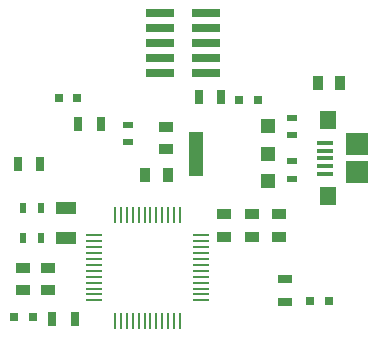
<source format=gtp>
G04 Layer_Color=8421504*
%FSLAX44Y44*%
%MOMM*%
G71*
G01*
G75*
%ADD10R,1.3000X1.3000*%
%ADD11R,1.3000X3.8000*%
%ADD12R,1.3500X0.4000*%
%ADD13R,1.4000X1.6000*%
%ADD14R,1.9000X1.9000*%
%ADD15R,2.4000X0.7400*%
%ADD16R,0.2900X1.3500*%
%ADD17R,1.3500X0.2900*%
%ADD18R,1.3000X0.9000*%
%ADD19R,0.7000X1.3000*%
%ADD20R,0.9000X0.6000*%
%ADD21R,0.9000X1.3000*%
%ADD22R,0.8000X0.8000*%
%ADD23R,1.3000X0.7000*%
%ADD24R,1.8000X1.0000*%
%ADD25R,0.6000X0.9000*%
D10*
X520500Y477000D02*
D03*
Y454000D02*
D03*
Y431000D02*
D03*
D11*
X459500Y454000D02*
D03*
D12*
X568625Y437000D02*
D03*
Y443500D02*
D03*
Y450000D02*
D03*
Y456500D02*
D03*
Y463000D02*
D03*
D13*
X570875Y418000D02*
D03*
Y482000D02*
D03*
D14*
X595375Y438000D02*
D03*
Y462000D02*
D03*
D15*
X467500Y522600D02*
D03*
Y535300D02*
D03*
Y548000D02*
D03*
Y560700D02*
D03*
Y573400D02*
D03*
X428500Y522600D02*
D03*
Y535300D02*
D03*
Y548000D02*
D03*
Y560700D02*
D03*
Y573400D02*
D03*
D16*
X390760Y402230D02*
D03*
X395760D02*
D03*
X400760D02*
D03*
X405760D02*
D03*
X410760D02*
D03*
X415760D02*
D03*
X420760D02*
D03*
X425760D02*
D03*
X430760D02*
D03*
X435760D02*
D03*
X440760D02*
D03*
X445760D02*
D03*
Y312230D02*
D03*
X440760D02*
D03*
X435760D02*
D03*
X430760D02*
D03*
X425760D02*
D03*
X420760D02*
D03*
X415760D02*
D03*
X410760D02*
D03*
X405760D02*
D03*
X400760D02*
D03*
X395760D02*
D03*
X390760D02*
D03*
D17*
X463260Y384730D02*
D03*
Y379730D02*
D03*
Y374730D02*
D03*
Y369730D02*
D03*
Y364730D02*
D03*
Y359730D02*
D03*
Y354730D02*
D03*
Y349730D02*
D03*
Y344730D02*
D03*
Y339730D02*
D03*
Y334730D02*
D03*
Y329730D02*
D03*
X373260D02*
D03*
Y334730D02*
D03*
Y339730D02*
D03*
Y344730D02*
D03*
Y349730D02*
D03*
Y354730D02*
D03*
Y359730D02*
D03*
Y364730D02*
D03*
Y369730D02*
D03*
Y374730D02*
D03*
Y379730D02*
D03*
Y384730D02*
D03*
D18*
X313000Y338500D02*
D03*
Y357500D02*
D03*
X334000Y338500D02*
D03*
Y357500D02*
D03*
X434000Y476500D02*
D03*
Y457500D02*
D03*
X507000Y383500D02*
D03*
Y402500D02*
D03*
X483000Y383500D02*
D03*
Y402500D02*
D03*
X530000Y383500D02*
D03*
Y402500D02*
D03*
D19*
X327500Y445000D02*
D03*
X308500D02*
D03*
X480500Y502000D02*
D03*
X461500D02*
D03*
X337500Y314000D02*
D03*
X356500D02*
D03*
X359500Y479000D02*
D03*
X378500D02*
D03*
D20*
X402000Y463500D02*
D03*
Y478500D02*
D03*
X541000Y432500D02*
D03*
Y447500D02*
D03*
Y469500D02*
D03*
Y484500D02*
D03*
D21*
X435500Y436000D02*
D03*
X416500D02*
D03*
X581500Y514000D02*
D03*
X562500D02*
D03*
D22*
X496000Y499000D02*
D03*
X512000D02*
D03*
X321000Y316000D02*
D03*
X305000D02*
D03*
X359000Y501000D02*
D03*
X343000D02*
D03*
X556000Y329000D02*
D03*
X572000D02*
D03*
D23*
X535000Y328500D02*
D03*
Y347500D02*
D03*
D24*
X349680Y382830D02*
D03*
Y407830D02*
D03*
D25*
X312970Y382630D02*
D03*
X327970D02*
D03*
X312970Y408030D02*
D03*
X327970D02*
D03*
M02*

</source>
